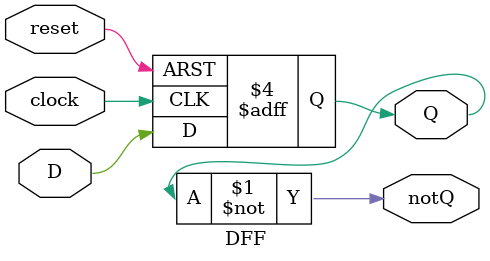
<source format=v>
`timescale 1ns / 1ps


module DFF(
    input D, clock,
    input reset,
    output reg Q,
    output notQ
    );

    assign notQ = ~Q;

    initial begin   
        Q <= 0;
    end
    
    always @(posedge clock or posedge reset) begin
    if(reset)
        Q <= 1'b0;
    else
        Q <= D;
    end
endmodule
</source>
